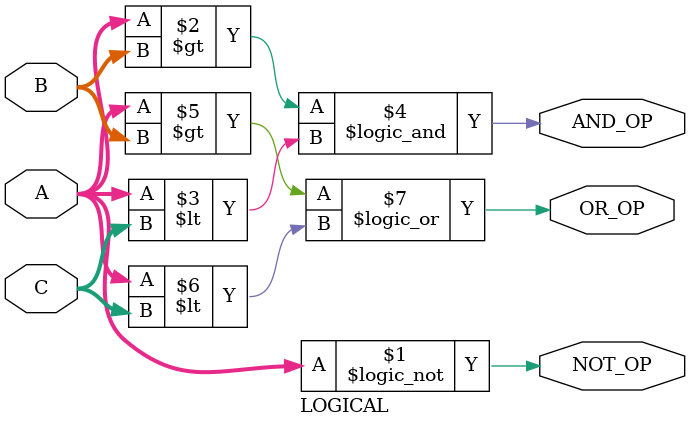
<source format=v>
module LOGICAL(
	input [3:0]A,
	input [3:0]B,
	input [3:0]C,
	output NOT_OP,
	output AND_OP,
	output OR_OP);
	assign NOT_OP=!A;
	assign AND_OP=(A>B)&&(A<C);
	assign OR_OP=(A>B)||(A<C);
endmodule
</source>
